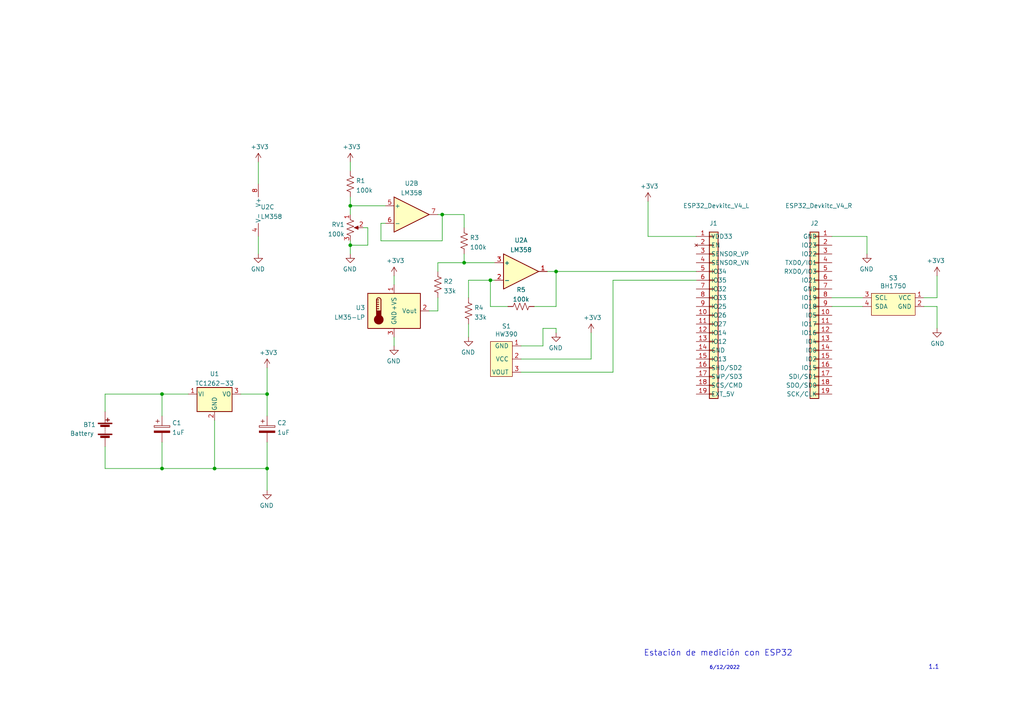
<source format=kicad_sch>
(kicad_sch (version 20211123) (generator eeschema)
  (paper "A4")
  (lib_symbols
    (symbol "Amplifier_Operational:LM358" (pin_names (offset 0.127))
      (property "Reference" "U" (at 0 5.08 0))
      (property "Value" "LM358" (at 0 -5.08 0))
      (symbol "LM358_1_1"
        (polyline (pts (xy -5.08 5.08) (xy 5.08 0) (xy -5.08 -5.08) (xy -5.08 5.08)) (stroke (width 0.254)) (fill (type background)))
        (pin output line (at 7.62 0 180) (length 2.54) (name "~") (number "1"))
        (pin input line (at -7.62 -2.54 0) (length 2.54) (name "-") (number "2"))
        (pin input line (at -7.62 2.54 0) (length 2.54) (name "+") (number "3"))
      )
      (symbol "LM358_2_1"
        (polyline (pts (xy -5.08 5.08) (xy 5.08 0) (xy -5.08 -5.08) (xy -5.08 5.08)) (stroke (width 0.254)) (fill (type background)))
        (pin input line (at -7.62 2.54 0) (length 2.54) (name "+") (number "5"))
        (pin input line (at -7.62 -2.54 0) (length 2.54) (name "-") (number "6"))
        (pin output line (at 7.62 0 180) (length 2.54) (name "~") (number "7"))
      )
      (symbol "LM358_3_1"
        (pin power_in line (at -2.54 -7.62 90) (length 3.81) (name "V-") (number "4"))
        (pin power_in line (at -2.54 7.62 270) (length 3.81) (name "V+") (number "8"))
      )
    )
    (symbol "Device:Battery" (pin_numbers hide) (pin_names (offset 0) hide)
      (property "Reference" "BT" (at 2.54 2.54 0))
      (property "Value" "Battery" (at 2.54 0 0))
      (symbol "Battery_0_1"
        (rectangle (start -2.032 -1.397) (end 2.032 -1.651) (fill (type outline)))
        (rectangle (start -2.032 1.778) (end 2.032 1.524) (fill (type outline)))
        (rectangle (start -1.3208 -1.9812) (end 1.27 -2.4892) (fill (type outline)))
        (rectangle (start -1.3208 1.1938) (end 1.27 0.6858) (fill (type outline)))
        (polyline (pts (xy 0 -1.524) (xy 0 -1.27)))
        (polyline (pts (xy 0 -1.016) (xy 0 -0.762)))
        (polyline (pts (xy 0 -0.508) (xy 0 -0.254)))
        (polyline (pts (xy 0 0) (xy 0 0.254)))
        (polyline (pts (xy 0 0.508) (xy 0 0.762)))
        (polyline (pts (xy 0 1.778) (xy 0 2.54)))
        (polyline (pts (xy 0.254 2.667) (xy 1.27 2.667)) (stroke (width 0.254)))
        (polyline (pts (xy 0.762 3.175) (xy 0.762 2.159)) (stroke (width 0.254)))
      )
      (symbol "Battery_1_1"
        (pin passive line (at 0 5.08 270) (length 2.54) (name "+") (number "1"))
        (pin passive line (at 0 -5.08 90) (length 2.54) (name "-") (number "2"))
      )
    )
    (symbol "Device:C_Polarized" (pin_numbers hide) (pin_names (offset 0.254))
      (property "Reference" "C" (at 0.635 2.54 0))
      (property "Value" "C_Polarized" (at 0.635 -2.54 0))
      (symbol "C_Polarized_0_1"
        (rectangle (start -2.286 0.508) (end 2.286 1.016))
        (polyline (pts (xy -1.778 2.286) (xy -0.762 2.286)))
        (polyline (pts (xy -1.27 2.794) (xy -1.27 1.778)))
        (rectangle (start 2.286 -0.508) (end -2.286 -1.016) (fill (type outline)))
      )
      (symbol "C_Polarized_1_1"
        (pin passive line (at 0 3.81 270) (length 2.794) (name "~") (number "1"))
        (pin passive line (at 0 -3.81 90) (length 2.794) (name "~") (number "2"))
      )
    )
    (symbol "Device:R_Potentiometer_US" (pin_names (offset 1.016) hide)
      (property "Reference" "RV" (at -4.445 0 90))
      (property "Value" "R_Potentiometer_US" (at -2.54 0 90))
      (symbol "R_Potentiometer_US_0_1"
        (polyline (pts (xy 0 -2.286) (xy 0 -2.54)))
        (polyline (pts (xy 0 2.54) (xy 0 2.286)))
        (polyline (pts (xy 2.54 0) (xy 1.524 0)))
        (polyline (pts (xy 1.143 0) (xy 2.286 0.508) (xy 2.286 -0.508) (xy 1.143 0)) (fill (type outline)))
        (polyline (pts (xy 0 -0.762) (xy 1.016 -1.143) (xy 0 -1.524) (xy -1.016 -1.905) (xy 0 -2.286)))
        (polyline (pts (xy 0 0.762) (xy 1.016 0.381) (xy 0 0) (xy -1.016 -0.381) (xy 0 -0.762)))
        (polyline (pts (xy 0 2.286) (xy 1.016 1.905) (xy 0 1.524) (xy -1.016 1.143) (xy 0 0.762)))
      )
      (symbol "R_Potentiometer_US_1_1"
        (pin passive line (at 0 3.81 270) (length 1.27) (name "1") (number "1"))
        (pin passive line (at 3.81 0 180) (length 1.27) (name "2") (number "2"))
        (pin passive line (at 0 -3.81 90) (length 1.27) (name "3") (number "3"))
      )
    )
    (symbol "Device:R_US" (pin_numbers hide) (pin_names (offset 0))
      (property "Reference" "R" (at 2.54 0 90))
      (property "Value" "R_US" (at -2.54 0 90))
      (symbol "R_US_0_1"
        (polyline (pts (xy 0 -2.286) (xy 0 -2.54)))
        (polyline (pts (xy 0 2.286) (xy 0 2.54)))
        (polyline (pts (xy 0 -0.762) (xy 1.016 -1.143) (xy 0 -1.524) (xy -1.016 -1.905) (xy 0 -2.286)))
        (polyline (pts (xy 0 0.762) (xy 1.016 0.381) (xy 0 0) (xy -1.016 -0.381) (xy 0 -0.762)))
        (polyline (pts (xy 0 2.286) (xy 1.016 1.905) (xy 0 1.524) (xy -1.016 1.143) (xy 0 0.762)))
      )
      (symbol "R_US_1_1"
        (pin passive line (at 0 3.81 270) (length 1.27) (name "~") (number "1"))
        (pin passive line (at 0 -3.81 90) (length 1.27) (name "~") (number "2"))
      )
    )
    (symbol "Regulator_Linear:TC1262-33" (pin_names (offset 0.254))
      (property "Reference" "U" (at -3.81 3.175 0))
      (property "Value" "TC1262-33" (at 0 3.175 0))
      (symbol "TC1262-33_1_1"
        (rectangle (start -5.08 1.905) (end 5.08 -5.08) (stroke (width 0.254)) (fill (type background)))
        (pin power_in line (at -7.62 0 0) (length 2.54) (name "VI") (number "1"))
        (pin power_in line (at 0 -7.62 90) (length 2.54) (name "GND") (number "2"))
        (pin power_out line (at 7.62 0 180) (length 2.54) (name "VO") (number "3"))
      )
    )
    (symbol "Sensor_Temperature:LM35-LP" (pin_names (offset 1.016))
      (property "Reference" "U" (at -6.35 6.35 0))
      (property "Value" "LM35-LP" (at 1.27 6.35 0))
      (symbol "LM35-LP_0_1"
        (rectangle (start -7.62 5.08) (end 7.62 -5.08) (stroke (width 0.254)) (fill (type background)))
        (circle (center -4.445 -2.54) (radius 1.27) (stroke (width 0.254)) (fill (type outline)))
        (rectangle (start -3.81 -1.905) (end -5.08 0) (stroke (width 0.254)) (fill (type outline)))
        (arc (start -3.81 3.175) (mid -4.445 3.81) (end -5.08 3.175) (stroke (width 0.254)))
        (polyline (pts (xy -5.08 0.635) (xy -4.445 0.635)) (stroke (width 0.254)))
        (polyline (pts (xy -5.08 1.27) (xy -4.445 1.27)) (stroke (width 0.254)))
        (polyline (pts (xy -5.08 1.905) (xy -4.445 1.905)) (stroke (width 0.254)))
        (polyline (pts (xy -5.08 2.54) (xy -4.445 2.54)) (stroke (width 0.254)))
        (polyline (pts (xy -5.08 3.175) (xy -5.08 0)) (stroke (width 0.254)))
        (polyline (pts (xy -5.08 3.175) (xy -4.445 3.175)) (stroke (width 0.254)))
        (polyline (pts (xy -3.81 3.175) (xy -3.81 0)) (stroke (width 0.254)))
      )
      (symbol "LM35-LP_1_1"
        (pin power_in line (at 0 7.62 270) (length 2.54) (name "+VS") (number "1"))
        (pin output line (at 10.16 0 180) (length 2.54) (name "Vout") (number "2"))
        (pin power_in line (at 0 -7.62 90) (length 2.54) (name "GND") (number "3"))
      )
    )
    (symbol "ipn-nodo:BH1750" (pin_names (offset 1.016))
      (property "Reference" "S" (at 0 -3.81 0))
      (property "Value" "BH1750" (at 0 6.35 0))
      (symbol "BH1750_0_1"
        (rectangle (start -6.35 3.81) (end 6.35 -2.54) (fill (type background)))
      )
      (symbol "BH1750_1_1"
        (pin power_in line (at -8.89 2.54 0) (length 2.54) (name "VCC") (number "1"))
        (pin power_in line (at -8.89 0 0) (length 2.54) (name "GND") (number "2"))
        (pin input line (at 8.89 2.54 180) (length 2.54) (name "SCL") (number "3"))
        (pin bidirectional line (at 8.89 0 180) (length 2.54) (name "SDA") (number "4"))
      )
    )
    (symbol "ipn-nodo:ESP32_Devkitc_V4_L"
      (property "Reference" "J" (at 0 25.4 0))
      (property "Value" "ESP32_Devkitc_V4_L" (at 0 -25.4 0))
      (symbol "ESP32_Devkitc_V4_L_1_1"
        (rectangle (start -1.27 -22.733) (end 0 -22.987) (stroke (width 0.1524)))
        (rectangle (start -1.27 -20.193) (end 0 -20.447) (stroke (width 0.1524)))
        (rectangle (start -1.27 -17.653) (end 0 -17.907) (stroke (width 0.1524)))
        (rectangle (start -1.27 -15.113) (end 0 -15.367) (stroke (width 0.1524)))
        (rectangle (start -1.27 -12.573) (end 0 -12.827) (stroke (width 0.1524)))
        (rectangle (start -1.27 -10.033) (end 0 -10.287) (stroke (width 0.1524)))
        (rectangle (start -1.27 -7.493) (end 0 -7.747) (stroke (width 0.1524)))
        (rectangle (start -1.27 -4.953) (end 0 -5.207) (stroke (width 0.1524)))
        (rectangle (start -1.27 -2.413) (end 0 -2.667) (stroke (width 0.1524)))
        (rectangle (start -1.27 0.127) (end 0 -0.127) (stroke (width 0.1524)))
        (rectangle (start -1.27 2.667) (end 0 2.413) (stroke (width 0.1524)))
        (rectangle (start -1.27 5.207) (end 0 4.953) (stroke (width 0.1524)))
        (rectangle (start -1.27 7.747) (end 0 7.493) (stroke (width 0.1524)))
        (rectangle (start -1.27 10.287) (end 0 10.033) (stroke (width 0.1524)))
        (rectangle (start -1.27 12.827) (end 0 12.573) (stroke (width 0.1524)))
        (rectangle (start -1.27 15.367) (end 0 15.113) (stroke (width 0.1524)))
        (rectangle (start -1.27 17.907) (end 0 17.653) (stroke (width 0.1524)))
        (rectangle (start -1.27 20.447) (end 0 20.193) (stroke (width 0.1524)))
        (rectangle (start -1.27 22.987) (end 0 22.733) (stroke (width 0.1524)))
        (rectangle (start -1.27 24.13) (end 1.27 -24.13) (stroke (width 0.254)) (fill (type background)))
        (pin power_in line (at -5.08 22.86 0) (length 3.81) (name "VDD33") (number "1"))
        (pin bidirectional line (at -5.08 0 0) (length 3.81) (name "IO26") (number "10"))
        (pin bidirectional line (at -5.08 -2.54 0) (length 3.81) (name "IO27") (number "11"))
        (pin bidirectional line (at -5.08 -5.08 0) (length 3.81) (name "IO14") (number "12"))
        (pin bidirectional line (at -5.08 -7.62 0) (length 3.81) (name "IO12") (number "13"))
        (pin power_in line (at -5.08 -10.16 0) (length 3.81) (name "GND") (number "14"))
        (pin bidirectional line (at -5.08 -12.7 0) (length 3.81) (name "IO13") (number "15"))
        (pin bidirectional line (at -5.08 -15.24 0) (length 3.81) (name "SHD/SD2") (number "16"))
        (pin bidirectional line (at -5.08 -17.78 0) (length 3.81) (name "SWP/SD3") (number "17"))
        (pin bidirectional line (at -5.08 -20.32 0) (length 3.81) (name "SCS/CMD") (number "18"))
        (pin power_in line (at -5.08 -22.86 0) (length 3.81) (name "EXT_5V") (number "19"))
        (pin no_connect line (at -5.08 20.32 0) (length 3.81) (name "EN") (number "2"))
        (pin input line (at -5.08 17.78 0) (length 3.81) (name "SENSOR_VP") (number "3"))
        (pin input line (at -5.08 15.24 0) (length 3.81) (name "SENSOR_VN") (number "4"))
        (pin input line (at -5.08 12.7 0) (length 3.81) (name "IO34") (number "5"))
        (pin input line (at -5.08 10.16 0) (length 3.81) (name "IO35") (number "6"))
        (pin bidirectional line (at -5.08 7.62 0) (length 3.81) (name "IO32") (number "7"))
        (pin bidirectional line (at -5.08 5.08 0) (length 3.81) (name "IO33") (number "8"))
        (pin bidirectional line (at -5.08 2.54 0) (length 3.81) (name "IO25") (number "9"))
      )
    )
    (symbol "ipn-nodo:ESP32_Devkitc_V4_R"
      (property "Reference" "J" (at 0 25.4 0))
      (property "Value" "ESP32_Devkitc_V4_R" (at 0 -25.4 0))
      (symbol "ESP32_Devkitc_V4_R_1_1"
        (rectangle (start 1.27 -22.733) (end 0 -22.987) (stroke (width 0.1524)))
        (rectangle (start 1.27 -20.193) (end 0 -20.447) (stroke (width 0.1524)))
        (rectangle (start 1.27 -17.653) (end 0 -17.907) (stroke (width 0.1524)))
        (rectangle (start 1.27 -15.113) (end 0 -15.367) (stroke (width 0.1524)))
        (rectangle (start 1.27 -12.573) (end 0 -12.827) (stroke (width 0.1524)))
        (rectangle (start 1.27 -10.033) (end 0 -10.287) (stroke (width 0.1524)))
        (rectangle (start 1.27 -7.493) (end 0 -7.747) (stroke (width 0.1524)))
        (rectangle (start 1.27 -4.953) (end 0 -5.207) (stroke (width 0.1524)))
        (rectangle (start 1.27 -2.413) (end 0 -2.667) (stroke (width 0.1524)))
        (rectangle (start 1.27 0.127) (end 0 -0.127) (stroke (width 0.1524)))
        (rectangle (start 1.27 2.667) (end 0 2.413) (stroke (width 0.1524)))
        (rectangle (start 1.27 5.207) (end 0 4.953) (stroke (width 0.1524)))
        (rectangle (start 1.27 7.747) (end 0 7.493) (stroke (width 0.1524)))
        (rectangle (start 1.27 10.287) (end 0 10.033) (stroke (width 0.1524)))
        (rectangle (start 1.27 12.827) (end 0 12.573) (stroke (width 0.1524)))
        (rectangle (start 1.27 15.367) (end 0 15.113) (stroke (width 0.1524)))
        (rectangle (start 1.27 17.907) (end 0 17.653) (stroke (width 0.1524)))
        (rectangle (start 1.27 20.447) (end 0 20.193) (stroke (width 0.1524)))
        (rectangle (start 1.27 22.987) (end 0 22.733) (stroke (width 0.1524)))
        (rectangle (start 1.27 24.13) (end -1.27 -24.13) (stroke (width 0.254)) (fill (type background)))
        (pin power_in line (at 5.08 22.86 180) (length 3.81) (name "GND") (number "1"))
        (pin bidirectional line (at 5.08 0 180) (length 3.81) (name "IO5") (number "10"))
        (pin bidirectional line (at 5.08 -2.54 180) (length 3.81) (name "IO17") (number "11"))
        (pin bidirectional line (at 5.08 -5.08 180) (length 3.81) (name "IO16") (number "12"))
        (pin bidirectional line (at 5.08 -7.62 180) (length 3.81) (name "IO4") (number "13"))
        (pin bidirectional line (at 5.08 -10.16 180) (length 3.81) (name "IO0") (number "14"))
        (pin bidirectional line (at 5.08 -12.7 180) (length 3.81) (name "IO2") (number "15"))
        (pin bidirectional line (at 5.08 -15.24 180) (length 3.81) (name "IO15") (number "16"))
        (pin bidirectional line (at 5.08 -17.78 180) (length 3.81) (name "SDI/SD1") (number "17"))
        (pin bidirectional line (at 5.08 -20.32 180) (length 3.81) (name "SDO/SD0") (number "18"))
        (pin bidirectional line (at 5.08 -22.86 180) (length 3.81) (name "SCK/CLK") (number "19"))
        (pin bidirectional line (at 5.08 20.32 180) (length 3.81) (name "IO23") (number "2"))
        (pin bidirectional line (at 5.08 17.78 180) (length 3.81) (name "IO22") (number "3"))
        (pin bidirectional line (at 5.08 15.24 180) (length 3.81) (name "TXD0/IO1") (number "4"))
        (pin bidirectional line (at 5.08 12.7 180) (length 3.81) (name "RXD0/IO3") (number "5"))
        (pin bidirectional line (at 5.08 10.16 180) (length 3.81) (name "IO21") (number "6"))
        (pin power_in line (at 5.08 7.62 180) (length 3.81) (name "GND") (number "7"))
        (pin bidirectional line (at 5.08 5.08 180) (length 3.81) (name "IO19") (number "8"))
        (pin bidirectional line (at 5.08 2.54 180) (length 3.81) (name "IO18") (number "9"))
      )
    )
    (symbol "ipn-nodo:HW390" (pin_names (offset 1.016))
      (property "Reference" "S" (at -6.35 6.35 0))
      (property "Value" "HW390" (at 0 -7.62 0))
      (symbol "HW390_0_1"
        (rectangle (start -6.35 5.08) (end 0 -5.08) (fill (type background)))
      )
      (symbol "HW390_1_1"
        (pin power_in line (at 2.54 3.81 180) (length 2.54) (name "GND") (number "1"))
        (pin power_in line (at 2.54 0 180) (length 2.54) (name "VCC") (number "2"))
        (pin output line (at 2.54 -3.81 180) (length 2.54) (name "VOUT") (number "3"))
      )
    )
    (symbol "power:+3.3V" (power) (pin_names (offset 0))
      (property "Value" "+3.3V" (at 0 3.556 0))
      (symbol "+3.3V_0_1"
        (polyline (pts (xy -0.762 1.27) (xy 0 2.54)))
        (polyline (pts (xy 0 0) (xy 0 2.54)))
        (polyline (pts (xy 0 2.54) (xy 0.762 1.27)))
      )
      (symbol "+3.3V_1_1"
        (pin power_in line (at 0 0 90) (length 0) hide (name "+3V3") (number "1"))
      )
    )
    (symbol "power:GND" (power) (pin_names (offset 0))
      (property "Value" "GND" (at 0 -3.81 0))
      (symbol "GND_0_1"
        (polyline (pts (xy 0 0) (xy 0 -1.27) (xy 1.27 -1.27) (xy 0 -2.54) (xy -1.27 -1.27) (xy 0 -1.27)))
      )
      (symbol "GND_1_1"
        (pin power_in line (at 0 0 270) (length 0) hide (name "GND") (number "1"))
      )
    )
  )
  (junction (at 46.99 135.89))
  (junction (at 77.47 135.89))
  (junction (at 161.29 78.74))
  (junction (at 46.99 114.3))
  (junction (at 62.23 135.89))
  (junction (at 101.6 71.12))
  (junction (at 142.24 81.28))
  (junction (at 77.47 114.3))
  (junction (at 101.6 59.69))
  (junction (at 134.62 76.2))
  (junction (at 128.27 62.23))
  (wire (pts (xy 74.93 46.99) (xy 74.93 53.34)))
  (wire (pts (xy 135.89 81.28) (xy 142.24 81.28)))
  (wire (pts (xy 127 76.2) (xy 134.62 76.2)))
  (wire (pts (xy 154.94 88.9) (xy 161.29 88.9)))
  (wire (pts (xy 77.47 114.3) (xy 77.47 120.65)))
  (wire (pts (xy 134.62 73.66) (xy 134.62 76.2)))
  (wire (pts (xy 114.3 80.01) (xy 114.3 82.55)))
  (wire (pts (xy 157.48 95.25) (xy 161.29 95.25)))
  (wire (pts (xy 177.8 81.28) (xy 177.8 107.95)))
  (wire (pts (xy 161.29 95.25) (xy 161.29 96.52)))
  (wire (pts (xy 128.27 62.23) (xy 134.62 62.23)))
  (wire (pts (xy 30.48 119.38) (xy 30.48 114.3)))
  (wire (pts (xy 114.3 97.79) (xy 114.3 100.33)))
  (wire (pts (xy 142.24 88.9) (xy 142.24 81.28)))
  (wire (pts (xy 151.13 100.33) (xy 157.48 100.33)))
  (wire (pts (xy 124.46 90.17) (xy 127 90.17)))
  (wire (pts (xy 101.6 59.69) (xy 111.76 59.69)))
  (wire (pts (xy 46.99 135.89) (xy 62.23 135.89)))
  (wire (pts (xy 127 78.74) (xy 127 76.2)))
  (wire (pts (xy 105.41 66.04) (xy 106.68 66.04)))
  (wire (pts (xy 106.68 66.04) (xy 106.68 71.12)))
  (wire (pts (xy 128.27 69.85) (xy 128.27 62.23)))
  (wire (pts (xy 241.3 68.58) (xy 251.46 68.58)))
  (wire (pts (xy 271.78 86.36) (xy 267.97 86.36)))
  (wire (pts (xy 151.13 107.95) (xy 177.8 107.95)))
  (wire (pts (xy 135.89 93.98) (xy 135.89 97.79)))
  (wire (pts (xy 241.3 88.9) (xy 250.19 88.9)))
  (wire (pts (xy 110.49 64.77) (xy 110.49 69.85)))
  (wire (pts (xy 171.45 104.14) (xy 171.45 96.52)))
  (wire (pts (xy 127 90.17) (xy 127 86.36)))
  (wire (pts (xy 101.6 71.12) (xy 101.6 73.66)))
  (wire (pts (xy 271.78 80.01) (xy 271.78 86.36)))
  (wire (pts (xy 161.29 78.74) (xy 201.93 78.74)))
  (wire (pts (xy 161.29 88.9) (xy 161.29 78.74)))
  (wire (pts (xy 271.78 88.9) (xy 271.78 95.25)))
  (wire (pts (xy 157.48 100.33) (xy 157.48 95.25)))
  (wire (pts (xy 110.49 69.85) (xy 128.27 69.85)))
  (wire (pts (xy 177.8 81.28) (xy 201.93 81.28)))
  (wire (pts (xy 101.6 62.23) (xy 101.6 59.69)))
  (wire (pts (xy 74.93 68.58) (xy 74.93 73.66)))
  (wire (pts (xy 161.29 78.74) (xy 158.75 78.74)))
  (wire (pts (xy 187.96 68.58) (xy 187.96 58.42)))
  (wire (pts (xy 62.23 121.92) (xy 62.23 135.89)))
  (wire (pts (xy 69.85 114.3) (xy 77.47 114.3)))
  (wire (pts (xy 46.99 114.3) (xy 46.99 120.65)))
  (wire (pts (xy 151.13 104.14) (xy 171.45 104.14)))
  (wire (pts (xy 127 62.23) (xy 128.27 62.23)))
  (wire (pts (xy 111.76 64.77) (xy 110.49 64.77)))
  (wire (pts (xy 251.46 68.58) (xy 251.46 73.66)))
  (wire (pts (xy 147.32 88.9) (xy 142.24 88.9)))
  (wire (pts (xy 46.99 128.27) (xy 46.99 135.89)))
  (wire (pts (xy 135.89 81.28) (xy 135.89 86.36)))
  (wire (pts (xy 267.97 88.9) (xy 271.78 88.9)))
  (wire (pts (xy 30.48 114.3) (xy 46.99 114.3)))
  (wire (pts (xy 62.23 135.89) (xy 77.47 135.89)))
  (wire (pts (xy 241.3 86.36) (xy 250.19 86.36)))
  (wire (pts (xy 46.99 114.3) (xy 54.61 114.3)))
  (wire (pts (xy 201.93 68.58) (xy 187.96 68.58)))
  (wire (pts (xy 134.62 62.23) (xy 134.62 66.04)))
  (wire (pts (xy 77.47 106.68) (xy 77.47 114.3)))
  (wire (pts (xy 101.6 57.15) (xy 101.6 59.69)))
  (wire (pts (xy 106.68 71.12) (xy 101.6 71.12)))
  (wire (pts (xy 30.48 129.54) (xy 30.48 135.89)))
  (wire (pts (xy 134.62 76.2) (xy 143.51 76.2)))
  (wire (pts (xy 30.48 135.89) (xy 46.99 135.89)))
  (wire (pts (xy 101.6 69.85) (xy 101.6 71.12)))
  (wire (pts (xy 101.6 46.99) (xy 101.6 49.53)))
  (wire (pts (xy 142.24 81.28) (xy 143.51 81.28)))
  (wire (pts (xy 77.47 128.27) (xy 77.47 135.89)))
  (wire (pts (xy 77.47 135.89) (xy 77.47 142.24)))
  (text "6/12/2022\n" (at 205.74 194.31 0) (effects (font (size 0.9906 0.9906)) (justify left bottom)))
  (text "1.1" (at 269.24 194.31 0) (effects (font (size 1.27 1.27)) (justify left bottom)))
  (text "Estación de medición con ESP32" (at 186.69 190.5 0) (effects (font (size 1.7018 1.7018)) (justify left bottom)))
  (symbol (lib_id "ipn-nodo:ESP32_Devkitc_V4_L") (at 207.01 91.44 0) (unit 1)
    (property "Reference" "J1" (at 205.74 64.77 0) (effects (justify left)))
    (property "Value" "ESP32_Devkitc_V4_L" (at 198.12 59.69 0) (effects (justify left)))
    (property "Footprint" "Connector_PinSocket_2.54mm:PinSocket_1x19_P2.54mm_Vertical" (effects hide))
  )
  (symbol (lib_id "ipn-nodo:HW390") (at 148.59 104.14 0) (unit 1)
    (property "Reference" "S1" (at 146.8882 94.615 0))
    (property "Value" "HW390" (at 146.8882 96.9264 0))
    (property "Footprint" "Connector_PinHeader_2.54mm:PinHeader_1x03_P2.54mm_Vertical" (effects hide))
  )
  (symbol (lib_id "ipn-nodo:ESP32_Devkitc_V4_R") (at 236.22 91.44 0) (unit 1)
    (property "Reference" "J2" (at 236.22 64.77 0))
    (property "Value" "ESP32_Devkitc_V4_R" (at 237.49 59.69 0))
    (property "Footprint" "Connector_PinSocket_2.54mm:PinSocket_1x19_P2.54mm_Vertical" (effects hide))
  )
  (symbol (lib_id "ipn-nodo:BH1750") (at 259.08 88.9 0) (mirror y) (unit 1)
    (property "Reference" "S3" (at 259.08 80.645 0))
    (property "Value" "BH1750" (at 259.08 82.9564 0))
    (property "Footprint" "Connector_PinSocket_2.54mm:PinSocket_1x04_P2.54mm_Vertical" (effects hide))
    (property "Datasheet" "https://datasheet.octopart.com/BH1750FVI-TR-Rohm-datasheet-25365051.pdf" (effects hide))
  )
  (symbol (lib_id "power:+3.3V") (at 271.78 80.01 0) (mirror y) (unit 1)
    (property "Reference" "#PWR016" (effects hide))
    (property "Value" "+3.3V" (at 271.399 75.6158 0))
  )
  (symbol (lib_id "power:GND") (at 271.78 95.25 0) (unit 1)
    (property "Reference" "#PWR017" (effects hide))
    (property "Value" "GND" (at 271.907 99.6442 0))
  )
  (symbol (lib_id "power:+3.3V") (at 187.96 58.42 0) (unit 1)
    (property "Reference" "#PWR013" (effects hide))
    (property "Value" "+3.3V" (at 188.341 54.0258 0))
  )
  (symbol (lib_id "power:GND") (at 251.46 73.66 0) (mirror y) (unit 1)
    (property "Reference" "#PWR015" (effects hide))
    (property "Value" "GND" (at 251.333 78.0542 0))
  )
  (symbol (lib_id "Device:Battery") (at 30.48 124.46 0) (unit 1)
    (property "Reference" "BT1" (at 24.13 123.19 0) (effects (justify left)))
    (property "Value" "Battery" (at 20.32 125.73 0) (effects (justify left)))
    (property "Footprint" "Connector_JST:JST_PH_B2B-PH-K_1x02_P2.00mm_Vertical" (effects hide))
  )
  (symbol (lib_id "power:+3.3V") (at 101.6 46.99 0) (unit 1)
    (property "Reference" "#PWR05" (effects hide))
    (property "Value" "+3.3V" (at 101.981 42.5958 0))
  )
  (symbol (lib_id "power:+3.3V") (at 171.45 96.52 0) (unit 1)
    (property "Reference" "#PWR011" (effects hide))
    (property "Value" "+3.3V" (at 171.831 92.1258 0))
  )
  (symbol (lib_id "power:GND") (at 161.29 96.52 0) (mirror y) (unit 1)
    (property "Reference" "#PWR010" (effects hide))
    (property "Value" "GND" (at 161.163 100.9142 0))
  )
  (symbol (lib_id "Device:C_Polarized") (at 77.47 124.46 0) (unit 1)
    (property "Reference" "C2" (at 80.391 122.6625 0) (effects (justify left)))
    (property "Value" "1uF" (at 80.391 125.4376 0) (effects (justify left)))
    (property "Footprint" "Capacitor_THT:CP_Radial_D4.0mm_P2.00mm" (effects hide))
  )
  (symbol (lib_id "Sensor_Temperature:LM35-LP") (at 114.3 90.17 0) (unit 1)
    (property "Reference" "U3" (at 105.918 89.2615 0) (effects (justify right)))
    (property "Value" "LM35-LP" (at 105.918 92.0366 0) (effects (justify right)))
    (property "Footprint" "Package_TO_SOT_THT:TO-92_HandSolder" (effects hide))
    (property "Datasheet" "http://www.ti.com/lit/ds/symlink/lm35.pdf" (effects hide))
  )
  (symbol (lib_id "Device:R_US") (at 101.6 53.34 0) (unit 1)
    (property "Reference" "R1" (at 103.251 52.4315 0) (effects (justify left)))
    (property "Value" "100k" (at 103.251 55.2066 0) (effects (justify left)))
    (property "Footprint" "Resistor_THT:R_Axial_DIN0207_L6.3mm_D2.5mm_P7.62mm_Horizontal" (effects hide))
  )
  (symbol (lib_id "Amplifier_Operational:LM358") (at 151.13 78.74 0) (unit 1)
    (property "Reference" "U2" (at 151.13 69.6935 0))
    (property "Value" "LM358" (at 151.13 72.4686 0))
    (property "Footprint" "Package_DIP:DIP-8_W7.62mm" (effects hide))
    (property "Datasheet" "http://www.ti.com/lit/ds/symlink/lm2904-n.pdf" (effects hide))
  )
  (symbol (lib_id "Amplifier_Operational:LM358") (at 119.38 62.23 0) (unit 2)
    (property "Reference" "U2" (at 119.38 53.1835 0))
    (property "Value" "LM358" (at 119.38 55.9586 0))
    (property "Footprint" "Package_DIP:DIP-8_W7.62mm" (effects hide))
    (property "Datasheet" "http://www.ti.com/lit/ds/symlink/lm2904-n.pdf" (effects hide))
  )
  (symbol (lib_id "Device:R_US") (at 135.89 90.17 0) (unit 1)
    (property "Reference" "R4" (at 137.541 89.2615 0) (effects (justify left)))
    (property "Value" "33k" (at 137.541 92.0366 0) (effects (justify left)))
    (property "Footprint" "Resistor_THT:R_Axial_DIN0207_L6.3mm_D2.5mm_P7.62mm_Horizontal" (effects hide))
  )
  (symbol (lib_id "power:GND") (at 135.89 97.79 0) (mirror y) (unit 1)
    (property "Reference" "#PWR09" (effects hide))
    (property "Value" "GND" (at 135.763 102.1842 0))
  )
  (symbol (lib_id "Regulator_Linear:TC1262-33") (at 62.23 114.3 0) (unit 1)
    (property "Reference" "U1" (at 62.23 108.4285 0))
    (property "Value" "TC1262-33" (at 62.23 111.2036 0))
    (property "Footprint" "Package_TO_SOT_THT:TO-220-3_Vertical" (effects hide))
    (property "Datasheet" "http://ww1.microchip.com/downloads/en/DeviceDoc/21373C.pdf" (effects hide))
  )
  (symbol (lib_id "Device:R_Potentiometer_US") (at 101.6 66.04 0) (unit 1)
    (property "Reference" "RV1" (at 99.9491 65.1315 0) (effects (justify right)))
    (property "Value" "100k" (at 99.9491 67.9066 0) (effects (justify right)))
    (property "Footprint" "Potentiometer_THT:Potentiometer_Vishay_T73XW_Horizontal" (effects hide))
  )
  (symbol (lib_id "Device:C_Polarized") (at 46.99 124.46 0) (unit 1)
    (property "Reference" "C1" (at 49.911 122.6625 0) (effects (justify left)))
    (property "Value" "1uF" (at 49.911 125.4376 0) (effects (justify left)))
    (property "Footprint" "Capacitor_THT:CP_Radial_D4.0mm_P2.00mm" (effects hide))
  )
  (symbol (lib_id "Device:R_US") (at 151.13 88.9 90) (unit 1)
    (property "Reference" "R5" (at 151.13 84.0445 90))
    (property "Value" "100k" (at 151.13 86.8196 90))
    (property "Footprint" "Resistor_THT:R_Axial_DIN0207_L6.3mm_D2.5mm_P7.62mm_Horizontal" (effects hide))
  )
  (symbol (lib_id "power:+3.3V") (at 114.3 80.01 0) (unit 1)
    (property "Reference" "#PWR07" (effects hide))
    (property "Value" "+3.3V" (at 114.681 75.6158 0))
  )
  (symbol (lib_id "power:GND") (at 101.6 73.66 0) (mirror y) (unit 1)
    (property "Reference" "#PWR06" (effects hide))
    (property "Value" "GND" (at 101.473 78.0542 0))
  )
  (symbol (lib_id "power:+3.3V") (at 74.93 46.99 0) (unit 1)
    (property "Reference" "#PWR01" (effects hide))
    (property "Value" "+3.3V" (at 75.311 42.5958 0))
  )
  (symbol (lib_id "power:GND") (at 74.93 73.66 0) (mirror y) (unit 1)
    (property "Reference" "#PWR02" (effects hide))
    (property "Value" "GND" (at 74.803 78.0542 0))
  )
  (symbol (lib_id "power:+3.3V") (at 77.47 106.68 0) (unit 1)
    (property "Reference" "#PWR03" (effects hide))
    (property "Value" "+3.3V" (at 77.851 102.2858 0))
  )
  (symbol (lib_id "power:GND") (at 114.3 100.33 0) (mirror y) (unit 1)
    (property "Reference" "#PWR08" (effects hide))
    (property "Value" "GND" (at 114.173 104.7242 0))
  )
  (symbol (lib_id "Device:R_US") (at 134.62 69.85 180) (unit 1)
    (property "Reference" "R3" (at 136.271 68.9415 0) (effects (justify right)))
    (property "Value" "100k" (at 136.271 71.7166 0) (effects (justify right)))
    (property "Footprint" "Resistor_THT:R_Axial_DIN0207_L6.3mm_D2.5mm_P7.62mm_Horizontal" (effects hide))
  )
  (symbol (lib_id "Device:R_US") (at 127 82.55 0) (unit 1)
    (property "Reference" "R2" (at 128.651 81.6415 0) (effects (justify left)))
    (property "Value" "33k" (at 128.651 84.4166 0) (effects (justify left)))
    (property "Footprint" "Resistor_THT:R_Axial_DIN0207_L6.3mm_D2.5mm_P7.62mm_Horizontal" (effects hide))
  )
  (symbol (lib_id "Amplifier_Operational:LM358") (at 77.47 60.96 0) (unit 3)
    (property "Reference" "U2" (at 75.565 60.0515 0) (effects (justify left)))
    (property "Value" "LM358" (at 75.565 62.8266 0) (effects (justify left)))
    (property "Footprint" "Package_DIP:DIP-8_W7.62mm" (effects hide))
    (property "Datasheet" "http://www.ti.com/lit/ds/symlink/lm2904-n.pdf" (effects hide))
  )
  (symbol (lib_id "power:GND") (at 77.47 142.24 0) (mirror y) (unit 1)
    (property "Reference" "#PWR04" (effects hide))
    (property "Value" "GND" (at 77.343 146.6342 0))
  )
)
</source>
